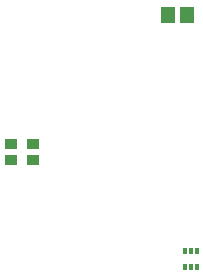
<source format=gbp>
G04*
G04 #@! TF.GenerationSoftware,Altium Limited,Altium Designer,18.1.11 (251)*
G04*
G04 Layer_Color=128*
%FSLAX25Y25*%
%MOIN*%
G70*
G01*
G75*
%ADD22R,0.05118X0.05512*%
%ADD25R,0.03937X0.03543*%
%ADD44R,0.01181X0.01968*%
D22*
X177150Y473500D02*
D03*
X170850D02*
D03*
D25*
X126000Y430315D02*
D03*
Y425000D02*
D03*
X118500Y424925D02*
D03*
Y430240D02*
D03*
D44*
X180469Y389244D02*
D03*
X178500D02*
D03*
X176532D02*
D03*
Y394756D02*
D03*
X178500D02*
D03*
X180469D02*
D03*
M02*

</source>
